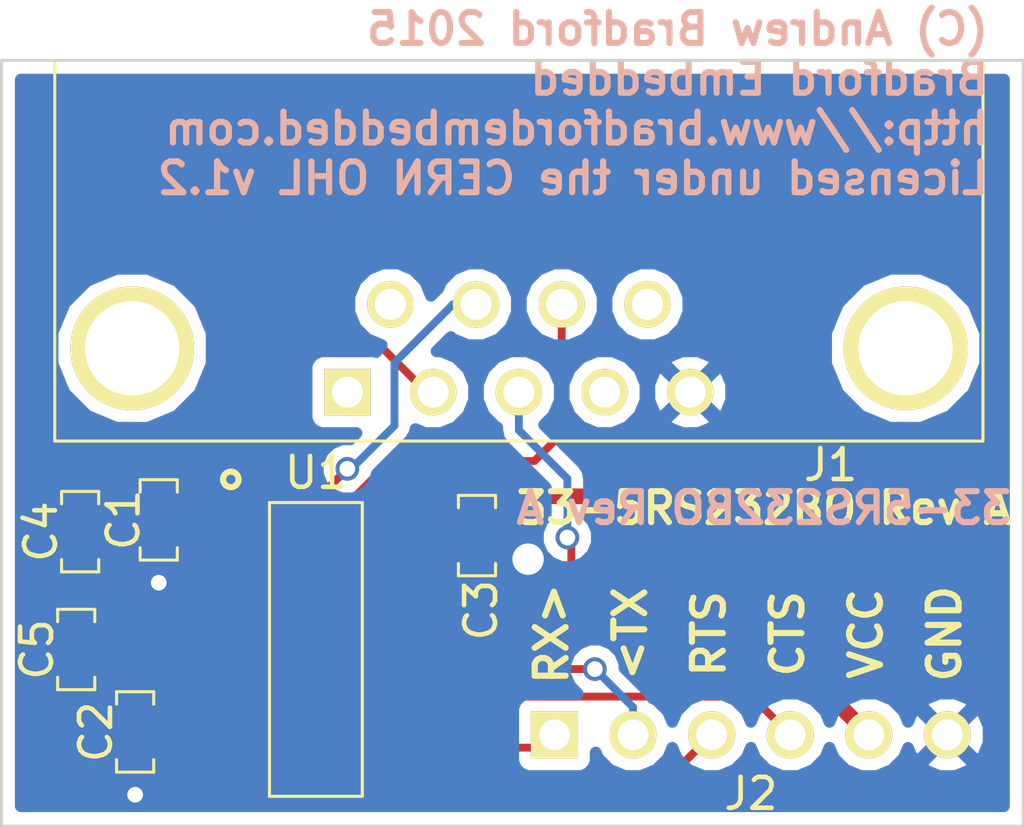
<source format=kicad_pcb>
(kicad_pcb (version 3) (host pcbnew "(22-Jun-2014 BZR 4027)-stable")

  (general
    (links 21)
    (no_connects 0)
    (area 208.229999 122.945999 241.350001 148.005001)
    (thickness 1.6)
    (drawings 13)
    (tracks 83)
    (zones 0)
    (modules 8)
    (nets 17)
  )

  (page A3)
  (layers
    (15 F.Cu signal)
    (0 B.Cu signal)
    (16 B.Adhes user)
    (17 F.Adhes user)
    (18 B.Paste user)
    (19 F.Paste user)
    (20 B.SilkS user)
    (21 F.SilkS user)
    (22 B.Mask user)
    (23 F.Mask user)
    (24 Dwgs.User user)
    (25 Cmts.User user)
    (26 Eco1.User user)
    (27 Eco2.User user)
    (28 Edge.Cuts user)
  )

  (setup
    (last_trace_width 0.254)
    (user_trace_width 0.1524)
    (user_trace_width 0.254)
    (user_trace_width 0.508)
    (trace_clearance 0.254)
    (zone_clearance 0.381)
    (zone_45_only no)
    (trace_min 0.1524)
    (segment_width 0.2)
    (edge_width 0.1)
    (via_size 0.762)
    (via_drill 0.508)
    (via_min_size 0.508)
    (via_min_drill 0.3302)
    (user_via 0.508 0.3302)
    (user_via 0.762 0.508)
    (user_via 1.27 1.016)
    (uvia_size 0.508)
    (uvia_drill 0.127)
    (uvias_allowed no)
    (uvia_min_size 0.508)
    (uvia_min_drill 0.127)
    (pcb_text_width 0.2)
    (pcb_text_size 1 1)
    (mod_edge_width 0.1)
    (mod_text_size 1 1)
    (mod_text_width 0.15)
    (pad_size 1.524 1.524)
    (pad_drill 0.9906)
    (pad_to_mask_clearance 0)
    (aux_axis_origin 0 0)
    (visible_elements FFFFFFBF)
    (pcbplotparams
      (layerselection 284196865)
      (usegerberextensions true)
      (excludeedgelayer true)
      (linewidth 0.150000)
      (plotframeref false)
      (viasonmask false)
      (mode 1)
      (useauxorigin false)
      (hpglpennumber 1)
      (hpglpenspeed 20)
      (hpglpendiameter 15)
      (hpglpenoverlay 2)
      (psnegative false)
      (psa4output false)
      (plotreference true)
      (plotvalue true)
      (plotothertext true)
      (plotinvisibletext false)
      (padsonsilk false)
      (subtractmaskfromsilk false)
      (outputformat 1)
      (mirror false)
      (drillshape 0)
      (scaleselection 1)
      (outputdirectory gerbers/))
  )

  (net 0 "")
  (net 1 +3.3V)
  (net 2 /CTS)
  (net 3 /CTS-D)
  (net 4 /RTS)
  (net 5 /RTS-D)
  (net 6 /RX)
  (net 7 /RX-D)
  (net 8 /TX)
  (net 9 /TX-D)
  (net 10 GND)
  (net 11 N-0000012)
  (net 12 N-000002)
  (net 13 N-0000020)
  (net 14 N-000006)
  (net 15 N-000007)
  (net 16 N-000008)

  (net_class Default "This is the default net class."
    (clearance 0.254)
    (trace_width 0.254)
    (via_dia 0.762)
    (via_drill 0.508)
    (uvia_dia 0.508)
    (uvia_drill 0.127)
    (add_net "")
    (add_net +3.3V)
    (add_net /CTS)
    (add_net /CTS-D)
    (add_net /RTS)
    (add_net /RTS-D)
    (add_net /RX)
    (add_net /RX-D)
    (add_net /TX)
    (add_net /TX-D)
    (add_net GND)
    (add_net N-0000012)
    (add_net N-000002)
    (add_net N-0000020)
    (add_net N-000006)
    (add_net N-000007)
    (add_net N-000008)
  )

  (net_class Small ""
    (clearance 0.1524)
    (trace_width 0.1524)
    (via_dia 0.508)
    (via_drill 0.3302)
    (uvia_dia 0.508)
    (uvia_drill 0.127)
  )

  (module SOIC-N-16 (layer F.Cu) (tedit 552E55F9) (tstamp 552E5670)
    (at 218.44 142.24 270)
    (descr "16 PIN SOIC-N")
    (tags SOIC)
    (path /552B936D)
    (clearance 0.16)
    (fp_text reference U1 (at -5.715 0 360) (layer F.SilkS)
      (effects (font (size 1 1) (thickness 0.15)))
    )
    (fp_text value SP3232EU (at -5.5 0 360) (layer F.SilkS) hide
      (effects (font (size 1 1) (thickness 0.15)))
    )
    (fp_circle (center -5.5 2.75) (end -5.5 2.5) (layer F.SilkS) (width 0.2))
    (fp_line (start -4.75 -1.5) (end -4.75 1.5) (layer F.SilkS) (width 0.1))
    (fp_line (start -4.75 1.5) (end 4.75 1.5) (layer F.SilkS) (width 0.1))
    (fp_line (start 4.75 1.5) (end 4.75 -1.5) (layer F.SilkS) (width 0.1))
    (fp_line (start 4.75 -1.5) (end -4.75 -1.5) (layer F.SilkS) (width 0.1))
    (pad 13 smd rect (at -0.635 -2.7 270) (size 0.6 1.5)
      (layers F.Cu F.Paste F.Mask)
      (net 8 /TX)
    )
    (pad 14 smd rect (at -1.905 -2.7 270) (size 0.6 1.5)
      (layers F.Cu F.Paste F.Mask)
      (net 2 /CTS)
    )
    (pad 15 smd rect (at -3.175 -2.7 270) (size 0.6 1.5)
      (layers F.Cu F.Paste F.Mask)
      (net 10 GND)
    )
    (pad 16 smd rect (at -4.445 -2.7 270) (size 0.6 1.5)
      (layers F.Cu F.Paste F.Mask)
      (net 1 +3.3V)
    )
    (pad 12 smd rect (at 0.635 -2.7 270) (size 0.6 1.5)
      (layers F.Cu F.Paste F.Mask)
      (net 9 /TX-D)
    )
    (pad 11 smd rect (at 1.905 -2.7 270) (size 0.6 1.5)
      (layers F.Cu F.Paste F.Mask)
      (net 3 /CTS-D)
    )
    (pad 10 smd rect (at 3.175 -2.7 270) (size 0.6 1.5)
      (layers F.Cu F.Paste F.Mask)
      (net 7 /RX-D)
    )
    (pad 9 smd rect (at 4.445 -2.7 270) (size 0.6 1.5)
      (layers F.Cu F.Paste F.Mask)
      (net 5 /RTS-D)
    )
    (pad 8 smd rect (at 4.445 2.7 270) (size 0.6 1.5)
      (layers F.Cu F.Paste F.Mask)
      (net 4 /RTS)
    )
    (pad 7 smd rect (at 3.175 2.7 270) (size 0.6 1.5)
      (layers F.Cu F.Paste F.Mask)
      (net 6 /RX)
    )
    (pad 6 smd rect (at 1.905 2.7 270) (size 0.6 1.5)
      (layers F.Cu F.Paste F.Mask)
      (net 13 N-0000020)
    )
    (pad 5 smd rect (at 0.635 2.7 270) (size 0.6 1.5)
      (layers F.Cu F.Paste F.Mask)
      (net 14 N-000006)
    )
    (pad 1 smd rect (at -4.445 2.7 270) (size 0.6 1.5)
      (layers F.Cu F.Paste F.Mask)
      (net 11 N-0000012)
    )
    (pad 2 smd rect (at -3.175 2.7 270) (size 0.6 1.5)
      (layers F.Cu F.Paste F.Mask)
      (net 16 N-000008)
    )
    (pad 3 smd rect (at -1.905 2.7 270) (size 0.6 1.5)
      (layers F.Cu F.Paste F.Mask)
      (net 12 N-000002)
    )
    (pad 4 smd rect (at -0.635 2.7 270) (size 0.6 1.5)
      (layers F.Cu F.Paste F.Mask)
      (net 15 N-000007)
    )
  )

  (module SMT-0603 (layer F.Cu) (tedit 552EBCDD) (tstamp 552E5622)
    (at 213.36 138.049 90)
    (descr "SMT 0603")
    (path /552B9883)
    (clearance 0.16)
    (fp_text reference C1 (at 0 -1.143 90) (layer F.SilkS)
      (effects (font (size 1 1) (thickness 0.15)))
    )
    (fp_text value 0.1U (at 0 -1.2 90) (layer F.SilkS) hide
      (effects (font (size 1 1) (thickness 0.15)))
    )
    (fp_line (start -0.9 -0.6) (end -1.3 -0.6) (layer F.SilkS) (width 0.1))
    (fp_line (start -1.3 -0.6) (end -1.3 0.6) (layer F.SilkS) (width 0.1))
    (fp_line (start -1.3 0.6) (end -0.9 0.6) (layer F.SilkS) (width 0.1))
    (fp_line (start 0.9 -0.6) (end 1.3 -0.6) (layer F.SilkS) (width 0.1))
    (fp_line (start 1.3 -0.6) (end 1.3 0.6) (layer F.SilkS) (width 0.1))
    (fp_line (start 1.3 0.6) (end 0.9 0.6) (layer F.SilkS) (width 0.1))
    (pad 1 smd rect (at 0.75184 0 90) (size 0.89916 1.00076)
      (layers F.Cu F.Paste F.Mask)
      (net 16 N-000008)
      (clearance 0.16)
    )
    (pad 2 smd rect (at -0.75184 0 90) (size 0.89916 1.00076)
      (layers F.Cu F.Paste F.Mask)
      (net 10 GND)
      (clearance 0.16)
    )
  )

  (module SMT-0603 (layer F.Cu) (tedit 552E55EE) (tstamp 552E3DC0)
    (at 212.598 144.907 90)
    (descr "SMT 0603")
    (path /552B9890)
    (clearance 0.16)
    (fp_text reference C2 (at 0 -1.27 90) (layer F.SilkS)
      (effects (font (size 1 1) (thickness 0.15)))
    )
    (fp_text value 0.1U (at 0 -1.2 90) (layer F.SilkS) hide
      (effects (font (size 1 1) (thickness 0.15)))
    )
    (fp_line (start -0.9 -0.6) (end -1.3 -0.6) (layer F.SilkS) (width 0.1))
    (fp_line (start -1.3 -0.6) (end -1.3 0.6) (layer F.SilkS) (width 0.1))
    (fp_line (start -1.3 0.6) (end -0.9 0.6) (layer F.SilkS) (width 0.1))
    (fp_line (start 0.9 -0.6) (end 1.3 -0.6) (layer F.SilkS) (width 0.1))
    (fp_line (start 1.3 -0.6) (end 1.3 0.6) (layer F.SilkS) (width 0.1))
    (fp_line (start 1.3 0.6) (end 0.9 0.6) (layer F.SilkS) (width 0.1))
    (pad 1 smd rect (at 0.75184 0 90) (size 0.89916 1.00076)
      (layers F.Cu F.Paste F.Mask)
      (net 13 N-0000020)
      (clearance 0.16)
    )
    (pad 2 smd rect (at -0.75184 0 90) (size 0.89916 1.00076)
      (layers F.Cu F.Paste F.Mask)
      (net 10 GND)
      (clearance 0.16)
    )
  )

  (module SMT-0603 (layer F.Cu) (tedit 552E51A2) (tstamp 552E567D)
    (at 210.693 142.24 90)
    (descr "SMT 0603")
    (path /552B9896)
    (clearance 0.16)
    (fp_text reference C5 (at 0 -1.27 90) (layer F.SilkS)
      (effects (font (size 1 1) (thickness 0.15)))
    )
    (fp_text value 0.1U (at 0 -1.2 90) (layer F.SilkS) hide
      (effects (font (size 1 1) (thickness 0.15)))
    )
    (fp_line (start -0.9 -0.6) (end -1.3 -0.6) (layer F.SilkS) (width 0.1))
    (fp_line (start -1.3 -0.6) (end -1.3 0.6) (layer F.SilkS) (width 0.1))
    (fp_line (start -1.3 0.6) (end -0.9 0.6) (layer F.SilkS) (width 0.1))
    (fp_line (start 0.9 -0.6) (end 1.3 -0.6) (layer F.SilkS) (width 0.1))
    (fp_line (start 1.3 -0.6) (end 1.3 0.6) (layer F.SilkS) (width 0.1))
    (fp_line (start 1.3 0.6) (end 0.9 0.6) (layer F.SilkS) (width 0.1))
    (pad 1 smd rect (at 0.75184 0 90) (size 0.89916 1.00076)
      (layers F.Cu F.Paste F.Mask)
      (net 15 N-000007)
      (clearance 0.16)
    )
    (pad 2 smd rect (at -0.75184 0 90) (size 0.89916 1.00076)
      (layers F.Cu F.Paste F.Mask)
      (net 14 N-000006)
      (clearance 0.16)
    )
  )

  (module SMT-0603 (layer F.Cu) (tedit 552E51A0) (tstamp 552E562F)
    (at 210.82 138.43 90)
    (descr "SMT 0603")
    (path /552B989C)
    (clearance 0.16)
    (fp_text reference C4 (at 0 -1.27 90) (layer F.SilkS)
      (effects (font (size 1 1) (thickness 0.15)))
    )
    (fp_text value 0.1U (at 0 -1.2 90) (layer F.SilkS) hide
      (effects (font (size 1 1) (thickness 0.15)))
    )
    (fp_line (start -0.9 -0.6) (end -1.3 -0.6) (layer F.SilkS) (width 0.1))
    (fp_line (start -1.3 -0.6) (end -1.3 0.6) (layer F.SilkS) (width 0.1))
    (fp_line (start -1.3 0.6) (end -0.9 0.6) (layer F.SilkS) (width 0.1))
    (fp_line (start 0.9 -0.6) (end 1.3 -0.6) (layer F.SilkS) (width 0.1))
    (fp_line (start 1.3 -0.6) (end 1.3 0.6) (layer F.SilkS) (width 0.1))
    (fp_line (start 1.3 0.6) (end 0.9 0.6) (layer F.SilkS) (width 0.1))
    (pad 1 smd rect (at 0.75184 0 90) (size 0.89916 1.00076)
      (layers F.Cu F.Paste F.Mask)
      (net 11 N-0000012)
      (clearance 0.16)
    )
    (pad 2 smd rect (at -0.75184 0 90) (size 0.89916 1.00076)
      (layers F.Cu F.Paste F.Mask)
      (net 12 N-000002)
      (clearance 0.16)
    )
  )

  (module SMT-0603 (layer F.Cu) (tedit 552ECB0A) (tstamp 552E568A)
    (at 223.647 138.557 90)
    (descr "SMT 0603")
    (path /552B98A2)
    (clearance 0.16)
    (fp_text reference C3 (at -2.413 0.127 90) (layer F.SilkS)
      (effects (font (size 1 1) (thickness 0.15)))
    )
    (fp_text value 0.1U (at 0 -1.2 90) (layer F.SilkS) hide
      (effects (font (size 1 1) (thickness 0.15)))
    )
    (fp_line (start -0.9 -0.6) (end -1.3 -0.6) (layer F.SilkS) (width 0.1))
    (fp_line (start -1.3 -0.6) (end -1.3 0.6) (layer F.SilkS) (width 0.1))
    (fp_line (start -1.3 0.6) (end -0.9 0.6) (layer F.SilkS) (width 0.1))
    (fp_line (start 0.9 -0.6) (end 1.3 -0.6) (layer F.SilkS) (width 0.1))
    (fp_line (start 1.3 -0.6) (end 1.3 0.6) (layer F.SilkS) (width 0.1))
    (fp_line (start 1.3 0.6) (end 0.9 0.6) (layer F.SilkS) (width 0.1))
    (pad 1 smd rect (at 0.75184 0 90) (size 0.89916 1.00076)
      (layers F.Cu F.Paste F.Mask)
      (net 1 +3.3V)
      (clearance 0.16)
    )
    (pad 2 smd rect (at -0.75184 0 90) (size 0.89916 1.00076)
      (layers F.Cu F.Paste F.Mask)
      (net 10 GND)
      (clearance 0.16)
    )
  )

  (module HEADER-100MIL-6 (layer F.Cu) (tedit 552EA063) (tstamp 552EA1F9)
    (at 232.5 145)
    (descr HEADER-100MIL-6)
    (tags HEADER)
    (path /552B934F)
    (clearance 0.254)
    (fp_text reference J2 (at 0 1.905) (layer F.SilkS)
      (effects (font (size 1 1) (thickness 0.15)))
    )
    (fp_text value HEADER-6PIN (at 0 -1.905) (layer F.SilkS) hide
      (effects (font (size 1 1) (thickness 0.15)))
    )
    (pad 1 thru_hole trapezoid (at -6.35 0) (size 1.524 1.524) (drill 0.9906)
      (layers *.Cu *.Mask F.SilkS)
      (net 7 /RX-D)
    )
    (pad 2 thru_hole circle (at -3.81 0) (size 1.524 1.524) (drill 0.9906)
      (layers *.Cu *.Mask F.SilkS)
      (net 9 /TX-D)
    )
    (pad 3 thru_hole circle (at -1.27 0) (size 1.524 1.524) (drill 0.9906)
      (layers *.Cu *.Mask F.SilkS)
      (net 5 /RTS-D)
    )
    (pad 4 thru_hole circle (at 1.27 0) (size 1.524 1.524) (drill 0.9906)
      (layers *.Cu *.Mask F.SilkS)
      (net 3 /CTS-D)
    )
    (pad 5 thru_hole circle (at 3.81 0) (size 1.524 1.524) (drill 0.9906)
      (layers *.Cu *.Mask F.SilkS)
      (net 1 +3.3V)
    )
    (pad 6 thru_hole circle (at 6.35 0) (size 1.524 1.524) (drill 0.9906)
      (layers *.Cu *.Mask F.SilkS)
      (net 10 GND)
    )
  )

  (module A-DF-09-AKG-T2S (layer F.Cu) (tedit 552EC7BE) (tstamp 552EA20B)
    (at 225 132.5 180)
    (descr A-DF-09-AKG-T2S)
    (tags "DB9 RS232")
    (path /552B935E)
    (clearance 0.3048)
    (fp_text reference J1 (at -10.077 -3.771 180) (layer F.SilkS)
      (effects (font (size 1 1) (thickness 0.15)))
    )
    (fp_text value DB9-RS232 (at 0 -6 180) (layer F.SilkS) hide
      (effects (font (size 1 1) (thickness 0.15)))
    )
    (fp_line (start 15 9.25) (end 15 -3) (layer F.SilkS) (width 0.1))
    (fp_line (start 15 -3) (end -15 -3) (layer F.SilkS) (width 0.1))
    (fp_line (start -15 -3) (end -15 9.25) (layer F.SilkS) (width 0.1))
    (pad 1 thru_hole rect (at 5.54 -1.42 180) (size 1.5 1.5) (drill 1)
      (layers *.Cu *.Mask F.SilkS)
    )
    (pad 2 thru_hole circle (at 2.77 -1.42 180) (size 1.5 1.5) (drill 1)
      (layers *.Cu *.Mask F.SilkS)
      (net 6 /RX)
    )
    (pad 3 thru_hole circle (at 0 -1.42 180) (size 1.5 1.5) (drill 1)
      (layers *.Cu *.Mask F.SilkS)
      (net 8 /TX)
    )
    (pad 4 thru_hole circle (at -2.77 -1.42 180) (size 1.5 1.5) (drill 1)
      (layers *.Cu *.Mask F.SilkS)
    )
    (pad 5 thru_hole circle (at -5.54 -1.42 180) (size 1.5 1.5) (drill 1)
      (layers *.Cu *.Mask F.SilkS)
      (net 10 GND)
    )
    (pad 6 thru_hole circle (at 4.155 1.42 180) (size 1.5 1.5) (drill 1)
      (layers *.Cu *.Mask F.SilkS)
    )
    (pad 7 thru_hole circle (at 1.385 1.42 180) (size 1.5 1.5) (drill 1)
      (layers *.Cu *.Mask F.SilkS)
      (net 4 /RTS)
    )
    (pad 8 thru_hole circle (at -1.385 1.42 180) (size 1.5 1.5) (drill 1)
      (layers *.Cu *.Mask F.SilkS)
      (net 2 /CTS)
    )
    (pad 9 thru_hole circle (at -4.155 1.42 180) (size 1.5 1.5) (drill 1)
      (layers *.Cu *.Mask F.SilkS)
    )
    (pad "" thru_hole circle (at 12.5 0 180) (size 4 4) (drill 3.05)
      (layers *.Cu *.Mask F.SilkS)
    )
    (pad "" thru_hole circle (at -12.5 0 180) (size 4 4) (drill 3.05)
      (layers *.Cu *.Mask F.SilkS)
    )
  )

  (gr_text "33-5RS232BO Rev A" (at 232.918 137.668) (layer B.SilkS)
    (effects (font (size 1 1) (thickness 0.2)) (justify mirror))
  )
  (gr_line (start 241.3 123.19) (end 241.3 147.955) (angle 90) (layer Edge.Cuts) (width 0.1))
  (gr_line (start 208.28 123.19) (end 241.3 123.19) (angle 90) (layer Edge.Cuts) (width 0.1))
  (gr_line (start 208.28 147.955) (end 208.28 123.19) (angle 90) (layer Edge.Cuts) (width 0.1))
  (gr_line (start 241.3 147.955) (end 208.28 147.955) (angle 90) (layer Edge.Cuts) (width 0.1))
  (gr_text "33-5RS232BO Rev A" (at 232.918 137.668) (layer F.SilkS)
    (effects (font (size 1 1) (thickness 0.2)))
  )
  (gr_text "(C) Andrew Bradford 2015\nBradford Embedded\nhttp://www.bradfordembedded.com\nLicensed under the CERN OHL v1.2" (at 240.284 124.587) (layer B.SilkS)
    (effects (font (size 1 1) (thickness 0.2)) (justify left mirror))
  )
  (gr_text <TX (at 228.6 141.732 90) (layer F.SilkS)
    (effects (font (size 1 1) (thickness 0.2)))
  )
  (gr_text CTS (at 233.68 141.732 90) (layer F.SilkS)
    (effects (font (size 1 1) (thickness 0.2)))
  )
  (gr_text RTS (at 231.14 141.732 90) (layer F.SilkS)
    (effects (font (size 1 1) (thickness 0.2)))
  )
  (gr_text RX> (at 226.06 141.732 90) (layer F.SilkS)
    (effects (font (size 1 1) (thickness 0.2)))
  )
  (gr_text GND (at 238.76 141.732 90) (layer F.SilkS)
    (effects (font (size 1 1) (thickness 0.2)))
  )
  (gr_text VCC (at 236.22 141.732 90) (layer F.SilkS)
    (effects (font (size 1 1) (thickness 0.2)))
  )

  (segment (start 221.14 137.795) (end 223.63684 137.795) (width 0.508) (layer F.Cu) (net 1))
  (segment (start 223.63684 137.795) (end 223.647 137.80516) (width 0.508) (layer F.Cu) (net 1) (tstamp 552EC57C))
  (segment (start 223.647 137.80516) (end 225.22434 137.80516) (width 0.508) (layer F.Cu) (net 1) (tstamp 552EC57D))
  (segment (start 225.22434 137.80516) (end 225.7425 137.287) (width 0.508) (layer F.Cu) (net 1) (tstamp 552EC57E))
  (segment (start 225.7425 137.287) (end 228.597 137.287) (width 0.508) (layer F.Cu) (net 1) (tstamp 552EC580))
  (segment (start 228.597 137.287) (end 236.31 145) (width 0.508) (layer F.Cu) (net 1) (tstamp 552EC582))
  (segment (start 226.385 131.08) (end 226.385 135.2625) (width 0.254) (layer F.Cu) (net 2))
  (segment (start 220.0275 140.335) (end 221.14 140.335) (width 0.254) (layer F.Cu) (net 2) (tstamp 552EC54E))
  (segment (start 219.71 140.0175) (end 220.0275 140.335) (width 0.254) (layer F.Cu) (net 2) (tstamp 552EC54D))
  (segment (start 219.71 137.287) (end 219.71 140.0175) (width 0.254) (layer F.Cu) (net 2) (tstamp 552EC549))
  (segment (start 220.853 136.144) (end 219.71 137.287) (width 0.254) (layer F.Cu) (net 2) (tstamp 552EC546))
  (segment (start 225.5035 136.144) (end 220.853 136.144) (width 0.254) (layer F.Cu) (net 2) (tstamp 552EC53F))
  (segment (start 226.385 135.2625) (end 225.5035 136.144) (width 0.254) (layer F.Cu) (net 2) (tstamp 552EC53C))
  (segment (start 221.14 144.145) (end 224.536 144.145) (width 0.254) (layer F.Cu) (net 3))
  (segment (start 232.534 143.764) (end 233.77 145) (width 0.254) (layer F.Cu) (net 3) (tstamp 552EBAD8))
  (segment (start 224.917 143.764) (end 232.534 143.764) (width 0.254) (layer F.Cu) (net 3) (tstamp 552EBAD3))
  (segment (start 224.536 144.145) (end 224.917 143.764) (width 0.254) (layer F.Cu) (net 3) (tstamp 552EBACE))
  (segment (start 223.615 131.08) (end 222.869 131.08) (width 0.254) (layer B.Cu) (net 4))
  (segment (start 217.297 146.685) (end 215.74 146.685) (width 0.254) (layer F.Cu) (net 4) (tstamp 552EC603))
  (segment (start 218.059 145.923) (end 217.297 146.685) (width 0.254) (layer F.Cu) (net 4) (tstamp 552EC602))
  (segment (start 218.059 137.795) (end 218.059 145.923) (width 0.254) (layer F.Cu) (net 4) (tstamp 552EC600))
  (segment (start 219.456 136.398) (end 218.059 137.795) (width 0.254) (layer F.Cu) (net 4) (tstamp 552EC5FF))
  (via (at 219.456 136.398) (size 0.762) (drill 0.508) (layers F.Cu B.Cu) (net 4))
  (segment (start 219.583 136.398) (end 219.456 136.398) (width 0.254) (layer B.Cu) (net 4) (tstamp 552EC5F5))
  (segment (start 220.98 135.001) (end 219.583 136.398) (width 0.254) (layer B.Cu) (net 4) (tstamp 552EC5F1))
  (segment (start 220.98 132.969) (end 220.98 135.001) (width 0.254) (layer B.Cu) (net 4) (tstamp 552EC5ED))
  (segment (start 222.869 131.08) (end 220.98 132.969) (width 0.254) (layer B.Cu) (net 4) (tstamp 552EC5EB))
  (segment (start 221.14 146.685) (end 229.545 146.685) (width 0.254) (layer F.Cu) (net 5))
  (segment (start 229.545 146.685) (end 231.23 145) (width 0.254) (layer F.Cu) (net 5) (tstamp 552EBAC4))
  (segment (start 222.23 133.92) (end 222.23 134.132) (width 0.254) (layer F.Cu) (net 6))
  (segment (start 216.789 145.415) (end 215.74 145.415) (width 0.254) (layer F.Cu) (net 6) (tstamp 552EC5D5))
  (segment (start 217.424 144.78) (end 216.789 145.415) (width 0.254) (layer F.Cu) (net 6) (tstamp 552EC5D3))
  (segment (start 217.424 132.969) (end 217.424 144.78) (width 0.254) (layer F.Cu) (net 6) (tstamp 552EC5CC))
  (segment (start 217.932 132.461) (end 217.424 132.969) (width 0.254) (layer F.Cu) (net 6) (tstamp 552EC5C9))
  (segment (start 220.559 132.461) (end 217.932 132.461) (width 0.254) (layer F.Cu) (net 6) (tstamp 552EC5B8))
  (segment (start 222.23 134.132) (end 220.559 132.461) (width 0.254) (layer F.Cu) (net 6) (tstamp 552EC5B6))
  (segment (start 221.14 145.415) (end 225.735 145.415) (width 0.254) (layer F.Cu) (net 7))
  (segment (start 225.735 145.415) (end 226.15 145) (width 0.254) (layer F.Cu) (net 7) (tstamp 552EBABF))
  (segment (start 225 133.92) (end 225 135.1475) (width 0.254) (layer B.Cu) (net 8))
  (segment (start 225.425 141.605) (end 221.14 141.605) (width 0.254) (layer F.Cu) (net 8) (tstamp 552EC56D))
  (segment (start 226.695 140.335) (end 225.425 141.605) (width 0.254) (layer F.Cu) (net 8) (tstamp 552EC56B))
  (segment (start 226.695 138.7475) (end 226.695 140.335) (width 0.254) (layer F.Cu) (net 8) (tstamp 552EC56A))
  (segment (start 226.568 138.6205) (end 226.695 138.7475) (width 0.254) (layer F.Cu) (net 8) (tstamp 552EC569))
  (via (at 226.568 138.6205) (size 0.762) (drill 0.508) (layers F.Cu B.Cu) (net 8))
  (segment (start 226.568 136.7155) (end 226.568 138.6205) (width 0.254) (layer B.Cu) (net 8) (tstamp 552EC562))
  (segment (start 225 135.1475) (end 226.568 136.7155) (width 0.254) (layer B.Cu) (net 8) (tstamp 552EC55D))
  (segment (start 221.14 142.875) (end 227.457 142.875) (width 0.254) (layer F.Cu) (net 9))
  (segment (start 228.69 144.108) (end 228.69 145) (width 0.254) (layer B.Cu) (net 9) (tstamp 552EBC34))
  (segment (start 227.457 142.875) (end 228.69 144.108) (width 0.254) (layer B.Cu) (net 9) (tstamp 552EBC33))
  (via (at 227.457 142.875) (size 0.762) (drill 0.508) (layers F.Cu B.Cu) (net 9))
  (segment (start 223.647 139.30884) (end 225.28784 139.30884) (width 0.508) (layer F.Cu) (net 10))
  (via (at 225.298 139.319) (size 1.27) (drill 1.016) (layers F.Cu B.Cu) (net 10))
  (segment (start 225.28784 139.30884) (end 225.298 139.319) (width 0.508) (layer F.Cu) (net 10) (tstamp 552EC454))
  (segment (start 213.36 138.80084) (end 213.36 140.081) (width 0.508) (layer F.Cu) (net 10))
  (via (at 213.36 140.081) (size 0.762) (drill 0.508) (layers F.Cu B.Cu) (net 10))
  (segment (start 212.598 145.65884) (end 212.598 146.939) (width 0.508) (layer F.Cu) (net 10))
  (via (at 212.598 146.939) (size 0.762) (drill 0.508) (layers F.Cu B.Cu) (net 10))
  (segment (start 221.14 139.065) (end 222.504 139.065) (width 0.508) (layer F.Cu) (net 10))
  (segment (start 222.74784 139.30884) (end 223.647 139.30884) (width 0.508) (layer F.Cu) (net 10) (tstamp 552EB76B))
  (segment (start 222.504 139.065) (end 222.74784 139.30884) (width 0.508) (layer F.Cu) (net 10) (tstamp 552EB767))
  (segment (start 210.82 137.67816) (end 210.82 137.287) (width 0.508) (layer F.Cu) (net 11))
  (segment (start 214.089 136.144) (end 215.74 137.795) (width 0.508) (layer F.Cu) (net 11) (tstamp 552EC677))
  (segment (start 211.963 136.144) (end 214.089 136.144) (width 0.508) (layer F.Cu) (net 11) (tstamp 552EC674))
  (segment (start 210.82 137.287) (end 211.963 136.144) (width 0.508) (layer F.Cu) (net 11) (tstamp 552EC672))
  (segment (start 215.74 140.335) (end 214.503 140.335) (width 0.508) (layer F.Cu) (net 12))
  (segment (start 211.836 140.19784) (end 210.82 139.18184) (width 0.508) (layer F.Cu) (net 12) (tstamp 552EB80C))
  (segment (start 211.836 140.588998) (end 211.836 140.19784) (width 0.508) (layer F.Cu) (net 12) (tstamp 552EB808))
  (segment (start 212.344 141.096998) (end 211.836 140.588998) (width 0.508) (layer F.Cu) (net 12) (tstamp 552EB807))
  (segment (start 213.741002 141.096998) (end 212.344 141.096998) (width 0.508) (layer F.Cu) (net 12) (tstamp 552EB805))
  (segment (start 214.503 140.335) (end 213.741002 141.096998) (width 0.508) (layer F.Cu) (net 12) (tstamp 552EB803))
  (segment (start 212.598 144.15516) (end 215.72984 144.15516) (width 0.508) (layer F.Cu) (net 13))
  (segment (start 215.72984 144.15516) (end 215.74 144.145) (width 0.254) (layer F.Cu) (net 13) (tstamp 552EA2E8))
  (segment (start 215.74 142.875) (end 210.80984 142.875) (width 0.508) (layer F.Cu) (net 14))
  (segment (start 210.80984 142.875) (end 210.693 142.99184) (width 0.508) (layer F.Cu) (net 14) (tstamp 552EC65E))
  (segment (start 215.74 141.605) (end 214.503 141.605) (width 0.508) (layer F.Cu) (net 15))
  (segment (start 211.06384 141.859) (end 210.693 141.48816) (width 0.508) (layer F.Cu) (net 15) (tstamp 552EC65B))
  (segment (start 214.249 141.859) (end 211.06384 141.859) (width 0.508) (layer F.Cu) (net 15) (tstamp 552EC658))
  (segment (start 214.503 141.605) (end 214.249 141.859) (width 0.508) (layer F.Cu) (net 15) (tstamp 552EC657))
  (segment (start 213.36 137.29716) (end 213.62416 137.29716) (width 0.508) (layer F.Cu) (net 16))
  (segment (start 214.63 139.065) (end 215.74 139.065) (width 0.508) (layer F.Cu) (net 16) (tstamp 552EC690))
  (segment (start 214.376 138.811) (end 214.63 139.065) (width 0.508) (layer F.Cu) (net 16) (tstamp 552EC68C))
  (segment (start 214.376 138.049) (end 214.376 138.811) (width 0.508) (layer F.Cu) (net 16) (tstamp 552EC681))
  (segment (start 213.62416 137.29716) (end 214.376 138.049) (width 0.508) (layer F.Cu) (net 16) (tstamp 552EC67D))

  (zone (net 10) (net_name GND) (layer B.Cu) (tstamp 552EB637) (hatch edge 0.508)
    (connect_pads (clearance 0.381))
    (min_thickness 0.381)
    (fill (arc_segments 16) (thermal_gap 0.381) (thermal_bridge_width 0.508))
    (polygon
      (pts
        (xy 241 147.5) (xy 208.5 147.5) (xy 208.5 123.5) (xy 241 123.5)
      )
    )
    (filled_polygon
      (pts
        (xy 240.6785 147.3095) (xy 240.185438 147.3095) (xy 240.185438 145.255306) (xy 240.181486 144.724822) (xy 240.071945 144.460368)
        (xy 240.071945 131.990741) (xy 239.681282 131.045266) (xy 238.958539 130.32126) (xy 238.013747 129.928948) (xy 236.990741 129.928055)
        (xy 236.045266 130.318718) (xy 235.32126 131.041461) (xy 234.928948 131.986253) (xy 234.928055 133.009259) (xy 235.318718 133.954734)
        (xy 236.041461 134.67874) (xy 236.986253 135.071052) (xy 238.009259 135.071945) (xy 238.954734 134.681282) (xy 239.67874 133.958539)
        (xy 240.071052 133.013747) (xy 240.071945 131.990741) (xy 240.071945 144.460368) (xy 239.986082 144.253078) (xy 239.7541 144.185703)
        (xy 239.664297 144.275506) (xy 239.664297 144.0959) (xy 239.596922 143.863918) (xy 239.105306 143.664562) (xy 238.574822 143.668514)
        (xy 238.103078 143.863918) (xy 238.035703 144.0959) (xy 238.85 144.910197) (xy 239.664297 144.0959) (xy 239.664297 144.275506)
        (xy 238.939803 145) (xy 239.7541 145.814297) (xy 239.986082 145.746922) (xy 240.185438 145.255306) (xy 240.185438 147.3095)
        (xy 239.664297 147.3095) (xy 239.664297 145.9041) (xy 238.85 145.089803) (xy 238.760197 145.179606) (xy 238.760197 145)
        (xy 237.9459 144.185703) (xy 237.713918 144.253078) (xy 237.580337 144.582491) (xy 237.441145 144.24562) (xy 237.066353 143.870174)
        (xy 236.576413 143.666733) (xy 236.045914 143.66627) (xy 235.55562 143.868855) (xy 235.180174 144.243647) (xy 235.039906 144.581448)
        (xy 234.901145 144.24562) (xy 234.526353 143.870174) (xy 234.036413 143.666733) (xy 233.505914 143.66627) (xy 233.01562 143.868855)
        (xy 232.640174 144.243647) (xy 232.499906 144.581448) (xy 232.361145 144.24562) (xy 231.986353 143.870174) (xy 231.863528 143.819172)
        (xy 231.863528 134.172446) (xy 231.859387 133.646738) (xy 231.666173 133.180278) (xy 231.435437 133.114366) (xy 231.345634 133.204169)
        (xy 231.345634 133.024563) (xy 231.279722 132.793827) (xy 230.792446 132.596472) (xy 230.476728 132.598958) (xy 230.476728 130.818291)
        (xy 230.275966 130.332409) (xy 229.904547 129.960341) (xy 229.419016 129.758731) (xy 228.893291 129.758272) (xy 228.407409 129.959034)
        (xy 228.035341 130.330453) (xy 227.833731 130.815984) (xy 227.833272 131.341709) (xy 228.034034 131.827591) (xy 228.405453 132.199659)
        (xy 228.890984 132.401269) (xy 229.416709 132.401728) (xy 229.902591 132.200966) (xy 230.274659 131.829547) (xy 230.476269 131.344016)
        (xy 230.476728 130.818291) (xy 230.476728 132.598958) (xy 230.266738 132.600613) (xy 229.800278 132.793827) (xy 229.734366 133.024563)
        (xy 230.54 133.830197) (xy 231.345634 133.024563) (xy 231.345634 133.204169) (xy 230.629803 133.92) (xy 231.435437 134.725634)
        (xy 231.666173 134.659722) (xy 231.863528 134.172446) (xy 231.863528 143.819172) (xy 231.496413 143.666733) (xy 231.345634 143.666601)
        (xy 231.345634 134.815437) (xy 230.54 134.009803) (xy 230.450197 134.099606) (xy 230.450197 133.92) (xy 229.644563 133.114366)
        (xy 229.413827 133.180278) (xy 229.216472 133.667554) (xy 229.220613 134.193262) (xy 229.413827 134.659722) (xy 229.644563 134.725634)
        (xy 230.450197 133.92) (xy 230.450197 134.099606) (xy 229.734366 134.815437) (xy 229.800278 135.046173) (xy 230.287554 135.243528)
        (xy 230.813262 135.239387) (xy 231.279722 135.046173) (xy 231.345634 134.815437) (xy 231.345634 143.666601) (xy 230.965914 143.66627)
        (xy 230.47562 143.868855) (xy 230.100174 144.243647) (xy 229.959906 144.581448) (xy 229.821145 144.24562) (xy 229.446353 143.870174)
        (xy 229.319957 143.81769) (xy 229.183914 143.614086) (xy 229.091728 143.5219) (xy 229.091728 133.658291) (xy 228.890966 133.172409)
        (xy 228.519547 132.800341) (xy 228.034016 132.598731) (xy 227.706728 132.598445) (xy 227.706728 130.818291) (xy 227.505966 130.332409)
        (xy 227.134547 129.960341) (xy 226.649016 129.758731) (xy 226.123291 129.758272) (xy 225.637409 129.959034) (xy 225.265341 130.330453)
        (xy 225.063731 130.815984) (xy 225.063272 131.341709) (xy 225.264034 131.827591) (xy 225.635453 132.199659) (xy 226.120984 132.401269)
        (xy 226.646709 132.401728) (xy 227.132591 132.200966) (xy 227.504659 131.829547) (xy 227.706269 131.344016) (xy 227.706728 130.818291)
        (xy 227.706728 132.598445) (xy 227.508291 132.598272) (xy 227.022409 132.799034) (xy 226.650341 133.170453) (xy 226.448731 133.655984)
        (xy 226.448272 134.181709) (xy 226.649034 134.667591) (xy 227.020453 135.039659) (xy 227.505984 135.241269) (xy 228.031709 135.241728)
        (xy 228.517591 135.040966) (xy 228.889659 134.669547) (xy 229.091269 134.184016) (xy 229.091728 133.658291) (xy 229.091728 143.5219)
        (xy 228.409531 142.839703) (xy 228.409665 142.686367) (xy 228.264961 142.336157) (xy 227.997253 142.06798) (xy 227.647295 141.922665)
        (xy 227.520665 141.922554) (xy 227.520665 138.431867) (xy 227.375961 138.081657) (xy 227.2665 137.972004) (xy 227.2665 136.7155)
        (xy 227.266499 136.715499) (xy 227.21333 136.448196) (xy 227.213329 136.448195) (xy 227.061914 136.221586) (xy 227.061913 136.221585)
        (xy 225.8145 134.974172) (xy 226.119659 134.669547) (xy 226.321269 134.184016) (xy 226.321728 133.658291) (xy 226.120966 133.172409)
        (xy 225.749547 132.800341) (xy 225.264016 132.598731) (xy 224.936728 132.598445) (xy 224.936728 130.818291) (xy 224.735966 130.332409)
        (xy 224.364547 129.960341) (xy 223.879016 129.758731) (xy 223.353291 129.758272) (xy 222.867409 129.959034) (xy 222.495341 130.330453)
        (xy 222.394609 130.57304) (xy 222.375086 130.586086) (xy 222.159755 130.801416) (xy 221.965966 130.332409) (xy 221.594547 129.960341)
        (xy 221.109016 129.758731) (xy 220.583291 129.758272) (xy 220.097409 129.959034) (xy 219.725341 130.330453) (xy 219.523731 130.815984)
        (xy 219.523272 131.341709) (xy 219.724034 131.827591) (xy 220.095453 132.199659) (xy 220.566088 132.395083) (xy 220.486086 132.475086)
        (xy 220.386316 132.624401) (xy 220.324177 132.598599) (xy 220.09682 132.598401) (xy 218.59682 132.598401) (xy 218.386694 132.685223)
        (xy 218.225788 132.845849) (xy 218.138599 133.055823) (xy 218.138401 133.28318) (xy 218.138401 134.78318) (xy 218.225223 134.993306)
        (xy 218.385849 135.154212) (xy 218.595823 135.241401) (xy 218.82318 135.241599) (xy 219.751573 135.241599) (xy 219.547592 135.445579)
        (xy 219.267367 135.445335) (xy 218.917157 135.590039) (xy 218.64898 135.857747) (xy 218.503665 136.207705) (xy 218.503335 136.586633)
        (xy 218.648039 136.936843) (xy 218.915747 137.20502) (xy 219.265705 137.350335) (xy 219.644633 137.350665) (xy 219.994843 137.205961)
        (xy 220.26302 136.938253) (xy 220.408335 136.588295) (xy 220.408359 136.560468) (xy 221.473914 135.494914) (xy 221.625329 135.268305)
        (xy 221.62533 135.268304) (xy 221.656287 135.112671) (xy 221.965984 135.241269) (xy 222.491709 135.241728) (xy 222.977591 135.040966)
        (xy 223.349659 134.669547) (xy 223.551269 134.184016) (xy 223.551728 133.658291) (xy 223.350966 133.172409) (xy 222.979547 132.800341)
        (xy 222.494016 132.598731) (xy 222.338233 132.598594) (xy 222.801366 132.135461) (xy 222.865453 132.199659) (xy 223.350984 132.401269)
        (xy 223.876709 132.401728) (xy 224.362591 132.200966) (xy 224.734659 131.829547) (xy 224.936269 131.344016) (xy 224.936728 130.818291)
        (xy 224.936728 132.598445) (xy 224.738291 132.598272) (xy 224.252409 132.799034) (xy 223.880341 133.170453) (xy 223.678731 133.655984)
        (xy 223.678272 134.181709) (xy 223.879034 134.667591) (xy 224.250453 135.039659) (xy 224.3015 135.060855) (xy 224.3015 135.1475)
        (xy 224.35467 135.414805) (xy 224.506086 135.641414) (xy 225.8695 137.004828) (xy 225.8695 137.971916) (xy 225.76098 138.080247)
        (xy 225.615665 138.430205) (xy 225.615335 138.809133) (xy 225.760039 139.159343) (xy 226.027747 139.42752) (xy 226.377705 139.572835)
        (xy 226.756633 139.573165) (xy 227.106843 139.428461) (xy 227.37502 139.160753) (xy 227.520335 138.810795) (xy 227.520665 138.431867)
        (xy 227.520665 141.922554) (xy 227.268367 141.922335) (xy 226.918157 142.067039) (xy 226.64998 142.334747) (xy 226.504665 142.684705)
        (xy 226.504335 143.063633) (xy 226.649039 143.413843) (xy 226.901244 143.66649) (xy 226.79882 143.666401) (xy 225.27482 143.666401)
        (xy 225.064694 143.753223) (xy 224.903788 143.913849) (xy 224.816599 144.123823) (xy 224.816401 144.35118) (xy 224.816401 145.87518)
        (xy 224.903223 146.085306) (xy 225.063849 146.246212) (xy 225.273823 146.333401) (xy 225.50118 146.333599) (xy 227.02518 146.333599)
        (xy 227.235306 146.246777) (xy 227.396212 146.086151) (xy 227.483401 145.876177) (xy 227.483599 145.64882) (xy 227.483599 145.572246)
        (xy 227.558855 145.75438) (xy 227.933647 146.129826) (xy 228.423587 146.333267) (xy 228.954086 146.33373) (xy 229.44438 146.131145)
        (xy 229.819826 145.756353) (xy 229.960093 145.418551) (xy 230.098855 145.75438) (xy 230.473647 146.129826) (xy 230.963587 146.333267)
        (xy 231.494086 146.33373) (xy 231.98438 146.131145) (xy 232.359826 145.756353) (xy 232.500093 145.418551) (xy 232.638855 145.75438)
        (xy 233.013647 146.129826) (xy 233.503587 146.333267) (xy 234.034086 146.33373) (xy 234.52438 146.131145) (xy 234.899826 145.756353)
        (xy 235.040093 145.418551) (xy 235.178855 145.75438) (xy 235.553647 146.129826) (xy 236.043587 146.333267) (xy 236.574086 146.33373)
        (xy 237.06438 146.131145) (xy 237.439826 145.756353) (xy 237.578996 145.421194) (xy 237.713918 145.746922) (xy 237.9459 145.814297)
        (xy 238.760197 145) (xy 238.760197 145.179606) (xy 238.035703 145.9041) (xy 238.103078 146.136082) (xy 238.594694 146.335438)
        (xy 239.125178 146.331486) (xy 239.596922 146.136082) (xy 239.664297 145.9041) (xy 239.664297 147.3095) (xy 215.071945 147.3095)
        (xy 215.071945 131.990741) (xy 214.681282 131.045266) (xy 213.958539 130.32126) (xy 213.013747 129.928948) (xy 211.990741 129.928055)
        (xy 211.045266 130.318718) (xy 210.32126 131.041461) (xy 209.928948 131.986253) (xy 209.928055 133.009259) (xy 210.318718 133.954734)
        (xy 211.041461 134.67874) (xy 211.986253 135.071052) (xy 213.009259 135.071945) (xy 213.954734 134.681282) (xy 214.67874 133.958539)
        (xy 215.071052 133.013747) (xy 215.071945 131.990741) (xy 215.071945 147.3095) (xy 208.9015 147.3095) (xy 208.9015 123.8115)
        (xy 240.6785 123.8115) (xy 240.6785 147.3095)
      )
    )
  )
)

</source>
